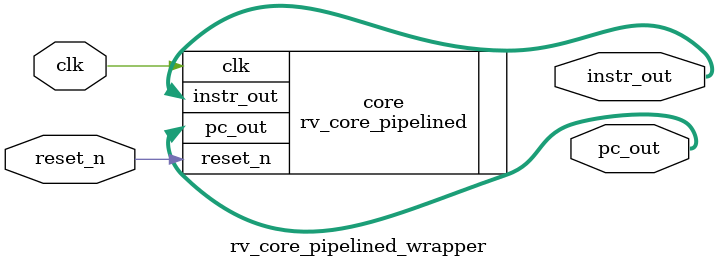
<source format=v>
module rv_core_pipelined_wrapper (
  input  wire        clk,
  input  wire        reset_n,
  output wire [31:0] pc_out,
  output wire [31:0] instr_out
);

  rv_core_pipelined #(
    .XLEN(32),
    .RESET_VECTOR(32'h0),
    .IMEM_SIZE(1024),
    .DMEM_SIZE(1024),
    .MEM_FILE("tests/asm/test_rvc_simple.hex")
  ) core (
    .clk(clk),
    .reset_n(reset_n),
    .pc_out(pc_out),
    .instr_out(instr_out)
  );

endmodule

</source>
